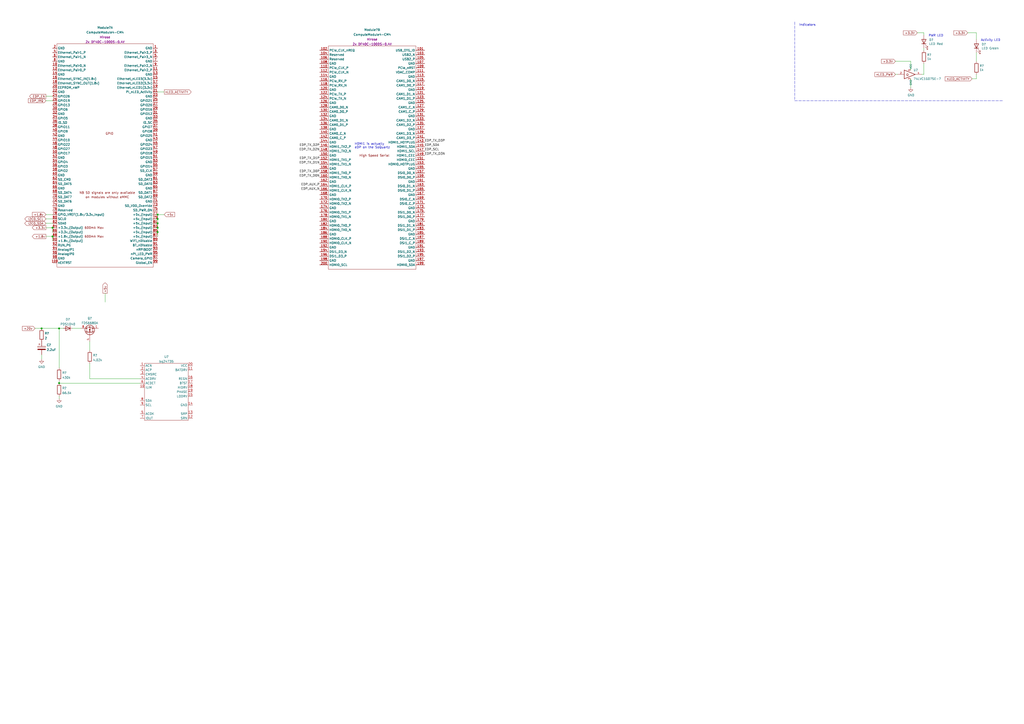
<source format=kicad_sch>
(kicad_sch (version 20211123) (generator eeschema)
  (paper "A2")
  (lib_symbols
    (symbol "CM4-Thinkpad:FDS6680A" (pin_names hide)
      (property "Reference" "Q" (at 5.08 2.54 0))
      (property "Value" "FDS6680A" (at 5.08 0 0))
      (symbol "FDS6680A_0_1"
        (polyline (pts (xy 0.254 0) (xy -2.54 0)))
        (polyline (pts (xy 0.254 1.905) (xy 0.254 -1.905)) (stroke (width 0.254)))
        (polyline (pts (xy 0.762 -1.27) (xy 0.762 -2.286)) (stroke (width 0.254)))
        (polyline (pts (xy 0.762 0.508) (xy 0.762 -0.508)) (stroke (width 0.254)))
        (polyline (pts (xy 0.762 2.286) (xy 0.762 1.27)) (stroke (width 0.254)))
        (polyline (pts (xy 2.54 2.54) (xy 2.54 1.778)))
        (polyline (pts (xy 2.54 -2.54) (xy 2.54 0) (xy 0.762 0)))
        (polyline (pts (xy 0.762 -1.778) (xy 3.302 -1.778) (xy 3.302 1.778) (xy 0.762 1.778)))
        (polyline (pts (xy 1.016 0) (xy 2.032 0.381) (xy 2.032 -0.381) (xy 1.016 0)) (fill (type outline)))
        (polyline (pts (xy 2.794 0.508) (xy 2.921 0.381) (xy 3.683 0.381) (xy 3.81 0.254)))
        (polyline (pts (xy 3.302 0.381) (xy 2.921 -0.254) (xy 3.683 -0.254) (xy 3.302 0.381)))
        (circle (center 1.651 0) (radius 2.794) (stroke (width 0.254)))
        (circle (center 2.54 -1.778) (radius 0.254) (fill (type outline)))
        (circle (center 2.54 1.778) (radius 0.254) (fill (type outline)))
      )
      (symbol "FDS6680A_1_1"
        (pin passive line (at 2.54 -5.08 90) (length 2.54) (name "S") (number "1"))
        (pin passive line (at 2.54 -5.08 90) (length 2.54) hide (name "S") (number "2"))
        (pin passive line (at 2.54 -5.08 90) (length 2.54) hide (name "S") (number "3"))
        (pin input line (at -5.08 0 0) (length 2.54) (name "G") (number "4"))
        (pin passive line (at 2.54 5.08 270) (length 2.54) hide (name "D") (number "5"))
        (pin passive line (at 2.54 5.08 270) (length 2.54) hide (name "D") (number "6"))
        (pin passive line (at 2.54 5.08 270) (length 2.54) hide (name "D") (number "7"))
        (pin passive line (at 2.54 5.08 270) (length 2.54) (name "D") (number "8"))
      )
    )
    (symbol "CM4-Thinkpad:bq24735"
      (property "Reference" "U?" (at 8.89 1.3757 0))
      (property "Value" "bq24735" (at 8.89 -1.3994 0))
      (symbol "bq24735_0_1"
        (rectangle (start -3.81 -2.54) (end 21.59 -35.56) (stroke (width 0.1524)))
      )
      (symbol "bq24735_1_1"
        (pin input line (at -6.35 -3.81 0) (length 2.54) (name "ACN") (number "1"))
        (pin input line (at -6.35 -16.51 0) (length 2.54) (name "ILIM") (number "10"))
        (pin output line (at 24.13 -6.35 180) (length 2.54) (name "BATDRV") (number "11"))
        (pin output line (at 24.13 -34.29 180) (length 2.54) (name "SRN") (number "12"))
        (pin output line (at 24.13 -31.75 180) (length 2.54) (name "SRP") (number "13"))
        (pin power_in line (at 24.13 -26.67 180) (length 2.54) (name "GND") (number "14"))
        (pin output line (at 24.13 -21.59 180) (length 2.54) (name "LODRV") (number "15"))
        (pin output line (at 24.13 -11.43 180) (length 2.54) (name "REGN") (number "16"))
        (pin output line (at 24.13 -13.97 180) (length 2.54) (name "BTST") (number "17"))
        (pin output line (at 24.13 -16.51 180) (length 2.54) (name "HIDRV") (number "18"))
        (pin output line (at 24.13 -19.05 180) (length 2.54) (name "PHASE") (number "19"))
        (pin input line (at -6.35 -6.35 0) (length 2.54) (name "ACP") (number "2"))
        (pin output line (at 24.13 -3.81 180) (length 2.54) (name "VCC") (number "20"))
        (pin input line (at -6.35 -8.89 0) (length 2.54) (name "CMSRC") (number "3"))
        (pin output line (at -6.35 -11.43 0) (length 2.54) (name "ACDRV") (number "4"))
        (pin output line (at -6.35 -31.75 0) (length 2.54) (name "ACOK") (number "5"))
        (pin input line (at -6.35 -13.97 0) (length 2.54) (name "ACDET") (number "6"))
        (pin input line (at -6.35 -34.29 0) (length 2.54) (name "IOUT") (number "7"))
        (pin bidirectional line (at -6.35 -24.13 0) (length 2.54) (name "SDA") (number "8"))
        (pin input line (at -6.35 -26.67 0) (length 2.54) (name "SCL") (number "9"))
      )
    )
    (symbol "CM4:ComputeModule4-CM4"
      (property "Reference" "Module" (at 113.03 -68.58 0))
      (property "Value" "ComputeModule4-CM4" (at 140.97 2.54 0))
      (property "Field4" "Hirose" (at 0 0 0))
      (property "Field5" "2x DF40C-100DS-0.4V" (at 0 -2.54 0))
      (symbol "ComputeModule4-CM4_1_0"
        (text "GPIO" (at 0 6.35 0) (effects (font (size 1.27 1.27))))
      )
      (symbol "ComputeModule4-CM4_1_1"
        (rectangle (start -30.48 -71.12) (end 25.4 58.42))
        (text "600mA Max" (at -8.89 -53.34 0) (effects (font (size 1.27 1.27))))
        (text "600mA Max" (at -8.89 -48.26 0) (effects (font (size 1.27 1.27))))
        (text "NB SD signals are only available" (at -1.27 -27.94 0) (effects (font (size 1.27 1.27))))
        (text "on modules without eMMC" (at -1.27 -30.48 0) (effects (font (size 1.27 1.27))))
        (pin power_in line (at 27.94 55.88 180) (length 2.54) (name "GND") (number "1"))
        (pin passive line (at -33.02 45.72 0) (length 2.54) (name "Ethernet_Pair0_N") (number "10"))
        (pin output line (at -33.02 -68.58 0) (length 2.54) (name "nEXTRST") (number "100"))
        (pin passive line (at 27.94 43.18 180) (length 2.54) (name "Ethernet_Pair2_P") (number "11"))
        (pin passive line (at -33.02 43.18 0) (length 2.54) (name "Ethernet_Pair0_P") (number "12"))
        (pin power_in line (at 27.94 40.64 180) (length 2.54) (name "GND") (number "13"))
        (pin power_in line (at -33.02 40.64 0) (length 2.54) (name "GND") (number "14"))
        (pin output line (at 27.94 38.1 180) (length 2.54) (name "Ethernet_nLED3(3.3v)") (number "15"))
        (pin input line (at -33.02 38.1 0) (length 2.54) (name "Ethernet_SYNC_IN(1.8v)") (number "16"))
        (pin output line (at 27.94 35.56 180) (length 2.54) (name "Ethernet_nLED2(3.3v)") (number "17"))
        (pin input line (at -33.02 35.56 0) (length 2.54) (name "Ethernet_SYNC_OUT(1.8v)") (number "18"))
        (pin output line (at 27.94 33.02 180) (length 2.54) (name "Ethernet_nLED1(3.3v)") (number "19"))
        (pin power_in line (at -33.02 55.88 0) (length 2.54) (name "GND") (number "2"))
        (pin passive line (at -33.02 33.02 0) (length 2.54) (name "EEPROM_nWP") (number "20"))
        (pin open_collector line (at 27.94 30.48 180) (length 2.54) (name "PI_nLED_Activity") (number "21"))
        (pin power_in line (at -33.02 30.48 0) (length 2.54) (name "GND") (number "22"))
        (pin power_in line (at 27.94 27.94 180) (length 2.54) (name "GND") (number "23"))
        (pin passive line (at -33.02 27.94 0) (length 2.54) (name "GPIO26") (number "24"))
        (pin passive line (at 27.94 25.4 180) (length 2.54) (name "GPIO21") (number "25"))
        (pin passive line (at -33.02 25.4 0) (length 2.54) (name "GPIO19") (number "26"))
        (pin passive line (at 27.94 22.86 180) (length 2.54) (name "GPIO20") (number "27"))
        (pin passive line (at -33.02 22.86 0) (length 2.54) (name "GPIO13") (number "28"))
        (pin passive line (at 27.94 20.32 180) (length 2.54) (name "GPIO16") (number "29"))
        (pin passive line (at 27.94 53.34 180) (length 2.54) (name "Ethernet_Pair3_P") (number "3"))
        (pin passive line (at -33.02 20.32 0) (length 2.54) (name "GPIO6") (number "30"))
        (pin passive line (at 27.94 17.78 180) (length 2.54) (name "GPIO12") (number "31"))
        (pin power_in line (at -33.02 17.78 0) (length 2.54) (name "GND") (number "32"))
        (pin power_in line (at 27.94 15.24 180) (length 2.54) (name "GND") (number "33"))
        (pin passive line (at -33.02 15.24 0) (length 2.54) (name "GPIO5") (number "34"))
        (pin passive line (at 27.94 12.7 180) (length 2.54) (name "ID_SC") (number "35"))
        (pin passive line (at -33.02 12.7 0) (length 2.54) (name "ID_SD") (number "36"))
        (pin passive line (at 27.94 10.16 180) (length 2.54) (name "GPIO7") (number "37"))
        (pin passive line (at -33.02 10.16 0) (length 2.54) (name "GPIO11") (number "38"))
        (pin passive line (at 27.94 7.62 180) (length 2.54) (name "GPIO8") (number "39"))
        (pin passive line (at -33.02 53.34 0) (length 2.54) (name "Ethernet_Pair1_P") (number "4"))
        (pin passive line (at -33.02 7.62 0) (length 2.54) (name "GPIO9") (number "40"))
        (pin passive line (at 27.94 5.08 180) (length 2.54) (name "GPIO25") (number "41"))
        (pin power_in line (at -33.02 5.08 0) (length 2.54) (name "GND") (number "42"))
        (pin power_in line (at 27.94 2.54 180) (length 2.54) (name "GND") (number "43"))
        (pin passive line (at -33.02 2.54 0) (length 2.54) (name "GPIO10") (number "44"))
        (pin passive line (at 27.94 0 180) (length 2.54) (name "GPIO24") (number "45"))
        (pin passive line (at -33.02 0 0) (length 2.54) (name "GPIO22") (number "46"))
        (pin passive line (at 27.94 -2.54 180) (length 2.54) (name "GPIO23") (number "47"))
        (pin passive line (at -33.02 -2.54 0) (length 2.54) (name "GPIO27") (number "48"))
        (pin passive line (at 27.94 -5.08 180) (length 2.54) (name "GPIO18") (number "49"))
        (pin passive line (at 27.94 50.8 180) (length 2.54) (name "Ethernet_Pair3_N") (number "5"))
        (pin passive line (at -33.02 -5.08 0) (length 2.54) (name "GPIO17") (number "50"))
        (pin passive line (at 27.94 -7.62 180) (length 2.54) (name "GPIO15") (number "51"))
        (pin power_in line (at -33.02 -7.62 0) (length 2.54) (name "GND") (number "52"))
        (pin power_in line (at 27.94 -10.16 180) (length 2.54) (name "GND") (number "53"))
        (pin passive line (at -33.02 -10.16 0) (length 2.54) (name "GPIO4") (number "54"))
        (pin passive line (at 27.94 -12.7 180) (length 2.54) (name "GPIO14") (number "55"))
        (pin passive line (at -33.02 -12.7 0) (length 2.54) (name "GPIO3") (number "56"))
        (pin passive line (at 27.94 -15.24 180) (length 2.54) (name "SD_CLK") (number "57"))
        (pin passive line (at -33.02 -15.24 0) (length 2.54) (name "GPIO2") (number "58"))
        (pin power_in line (at 27.94 -17.78 180) (length 2.54) (name "GND") (number "59"))
        (pin passive line (at -33.02 50.8 0) (length 2.54) (name "Ethernet_Pair1_N") (number "6"))
        (pin power_in line (at -33.02 -17.78 0) (length 2.54) (name "GND") (number "60"))
        (pin passive line (at 27.94 -20.32 180) (length 2.54) (name "SD_DAT3") (number "61"))
        (pin passive line (at -33.02 -20.32 0) (length 2.54) (name "SD_CMD") (number "62"))
        (pin passive line (at 27.94 -22.86 180) (length 2.54) (name "SD_DAT0") (number "63"))
        (pin passive line (at -33.02 -22.86 0) (length 2.54) (name "SD_DAT5") (number "64"))
        (pin power_in line (at 27.94 -25.4 180) (length 2.54) (name "GND") (number "65"))
        (pin power_in line (at -33.02 -25.4 0) (length 2.54) (name "GND") (number "66"))
        (pin passive line (at 27.94 -27.94 180) (length 2.54) (name "SD_DAT1") (number "67"))
        (pin passive line (at -33.02 -27.94 0) (length 2.54) (name "SD_DAT4") (number "68"))
        (pin passive line (at 27.94 -30.48 180) (length 2.54) (name "SD_DAT2") (number "69"))
        (pin power_in line (at 27.94 48.26 180) (length 2.54) (name "GND") (number "7"))
        (pin passive line (at -33.02 -30.48 0) (length 2.54) (name "SD_DAT7") (number "70"))
        (pin power_in line (at 27.94 -33.02 180) (length 2.54) (name "GND") (number "71"))
        (pin passive line (at -33.02 -33.02 0) (length 2.54) (name "SD_DAT6") (number "72"))
        (pin input line (at 27.94 -35.56 180) (length 2.54) (name "SD_VDD_Override") (number "73"))
        (pin power_in line (at -33.02 -35.56 0) (length 2.54) (name "GND") (number "74"))
        (pin output line (at 27.94 -38.1 180) (length 2.54) (name "SD_PWR_ON") (number "75"))
        (pin passive line (at -33.02 -38.1 0) (length 2.54) (name "Reserved") (number "76"))
        (pin power_in line (at 27.94 -40.64 180) (length 2.54) (name "+5v_(Input)") (number "77"))
        (pin power_in line (at -33.02 -40.64 0) (length 2.54) (name "GPIO_VREF(1.8v/3.3v_Input)") (number "78"))
        (pin power_in line (at 27.94 -43.18 180) (length 2.54) (name "+5v_(Input)") (number "79"))
        (pin power_in line (at -33.02 48.26 0) (length 2.54) (name "GND") (number "8"))
        (pin passive line (at -33.02 -43.18 0) (length 2.54) (name "SCL0") (number "80"))
        (pin power_in line (at 27.94 -45.72 180) (length 2.54) (name "+5v_(Input)") (number "81"))
        (pin passive line (at -33.02 -45.72 0) (length 2.54) (name "SDA0") (number "82"))
        (pin power_in line (at 27.94 -48.26 180) (length 2.54) (name "+5v_(Input)") (number "83"))
        (pin power_out line (at -33.02 -48.26 0) (length 2.54) (name "+3.3v_(Output)") (number "84"))
        (pin power_in line (at 27.94 -50.8 180) (length 2.54) (name "+5v_(Input)") (number "85"))
        (pin power_out line (at -33.02 -50.8 0) (length 2.54) (name "+3.3v_(Output)") (number "86"))
        (pin power_in line (at 27.94 -53.34 180) (length 2.54) (name "+5v_(Input)") (number "87"))
        (pin power_out line (at -33.02 -53.34 0) (length 2.54) (name "+1.8v_(Output)") (number "88"))
        (pin power_in line (at 27.94 -55.88 180) (length 2.54) (name "WiFi_nDisable") (number "89"))
        (pin passive line (at 27.94 45.72 180) (length 2.54) (name "Ethernet_Pair2_N") (number "9"))
        (pin power_out line (at -33.02 -55.88 0) (length 2.54) (name "+1.8v_(Output)") (number "90"))
        (pin power_in line (at 27.94 -58.42 180) (length 2.54) (name "BT_nDisable") (number "91"))
        (pin passive line (at -33.02 -58.42 0) (length 2.54) (name "RUN_PG") (number "92"))
        (pin input line (at 27.94 -60.96 180) (length 2.54) (name "nRPIBOOT") (number "93"))
        (pin passive line (at -33.02 -60.96 0) (length 2.54) (name "AnalogIP1") (number "94"))
        (pin output line (at 27.94 -63.5 180) (length 2.54) (name "nPI_LED_PWR") (number "95"))
        (pin passive line (at -33.02 -63.5 0) (length 2.54) (name "AnalogIP0") (number "96"))
        (pin passive line (at 27.94 -66.04 180) (length 2.54) (name "Camera_GPIO") (number "97"))
        (pin power_in line (at -33.02 -66.04 0) (length 2.54) (name "GND") (number "98"))
        (pin input line (at 27.94 -68.58 180) (length 2.54) (name "Global_EN") (number "99"))
      )
      (symbol "ComputeModule4-CM4_2_1"
        (rectangle (start 114.3 -66.04) (end 165.1 63.5))
        (text "High Speed Serial" (at 140.97 0 0) (effects (font (size 1.27 1.27))))
        (pin input line (at 170.18 60.96 180) (length 5.08) (name "USB_OTG_ID") (number "101"))
        (pin input line (at 109.22 60.96 0) (length 5.08) (name "PCIe_CLK_nREQ") (number "102"))
        (pin passive line (at 170.18 58.42 180) (length 5.08) (name "USB2_N") (number "103"))
        (pin passive line (at 109.22 58.42 0) (length 5.08) (name "Reserved") (number "104"))
        (pin passive line (at 170.18 55.88 180) (length 5.08) (name "USB2_P") (number "105"))
        (pin passive line (at 109.22 55.88 0) (length 5.08) (name "Reserved") (number "106"))
        (pin power_in line (at 170.18 53.34 180) (length 5.08) (name "GND") (number "107"))
        (pin power_in line (at 109.22 53.34 0) (length 5.08) (name "GND") (number "108"))
        (pin bidirectional line (at 170.18 50.8 180) (length 5.08) (name "PCIe_nRST") (number "109"))
        (pin output line (at 109.22 50.8 0) (length 5.08) (name "PCIe_CLK_P") (number "110"))
        (pin passive line (at 170.18 48.26 180) (length 5.08) (name "VDAC_COMP") (number "111"))
        (pin output line (at 109.22 48.26 0) (length 5.08) (name "PCIe_CLK_N") (number "112"))
        (pin power_in line (at 170.18 45.72 180) (length 5.08) (name "GND") (number "113"))
        (pin power_in line (at 109.22 45.72 0) (length 5.08) (name "GND") (number "114"))
        (pin input line (at 170.18 43.18 180) (length 5.08) (name "CAM1_D0_N") (number "115"))
        (pin input line (at 109.22 43.18 0) (length 5.08) (name "PCIe_RX_P") (number "116"))
        (pin input line (at 170.18 40.64 180) (length 5.08) (name "CAM1_D0_P") (number "117"))
        (pin input line (at 109.22 40.64 0) (length 5.08) (name "PCIe_RX_N") (number "118"))
        (pin power_in line (at 170.18 38.1 180) (length 5.08) (name "GND") (number "119"))
        (pin power_in line (at 109.22 38.1 0) (length 5.08) (name "GND") (number "120"))
        (pin input line (at 170.18 35.56 180) (length 5.08) (name "CAM1_D1_N") (number "121"))
        (pin output line (at 109.22 35.56 0) (length 5.08) (name "PCIe_TX_P") (number "122"))
        (pin input line (at 170.18 33.02 180) (length 5.08) (name "CAM1_D1_P") (number "123"))
        (pin output line (at 109.22 33.02 0) (length 5.08) (name "PCIe_TX_N") (number "124"))
        (pin power_in line (at 170.18 30.48 180) (length 5.08) (name "GND") (number "125"))
        (pin power_in line (at 109.22 30.48 0) (length 5.08) (name "GND") (number "126"))
        (pin input line (at 170.18 27.94 180) (length 5.08) (name "CAM1_C_N") (number "127"))
        (pin input line (at 109.22 27.94 0) (length 5.08) (name "CAM0_D0_N") (number "128"))
        (pin input line (at 170.18 25.4 180) (length 5.08) (name "CAM1_C_P") (number "129"))
        (pin input line (at 109.22 25.4 0) (length 5.08) (name "CAM0_D0_P") (number "130"))
        (pin power_in line (at 170.18 22.86 180) (length 5.08) (name "GND") (number "131"))
        (pin power_in line (at 109.22 22.86 0) (length 5.08) (name "GND") (number "132"))
        (pin input line (at 170.18 20.32 180) (length 5.08) (name "CAM1_D2_N") (number "133"))
        (pin input line (at 109.22 20.32 0) (length 5.08) (name "CAM0_D1_N") (number "134"))
        (pin input line (at 170.18 17.78 180) (length 5.08) (name "CAM1_D2_P") (number "135"))
        (pin input line (at 109.22 17.78 0) (length 5.08) (name "CAM0_D1_P") (number "136"))
        (pin power_in line (at 170.18 15.24 180) (length 5.08) (name "GND") (number "137"))
        (pin power_in line (at 109.22 15.24 0) (length 5.08) (name "GND") (number "138"))
        (pin input line (at 170.18 12.7 180) (length 5.08) (name "CAM1_D3_N") (number "139"))
        (pin input line (at 109.22 12.7 0) (length 5.08) (name "CAM0_C_N") (number "140"))
        (pin input line (at 170.18 10.16 180) (length 5.08) (name "CAM1_D3_P") (number "141"))
        (pin input line (at 109.22 10.16 0) (length 5.08) (name "CAM0_C_P") (number "142"))
        (pin input line (at 170.18 7.62 180) (length 5.08) (name "HDMI1_HOTPLUG") (number "143"))
        (pin power_in line (at 109.22 7.62 0) (length 5.08) (name "GND") (number "144"))
        (pin bidirectional line (at 170.18 5.08 180) (length 5.08) (name "HDMI1_SDA") (number "145"))
        (pin output line (at 109.22 5.08 0) (length 5.08) (name "HDMI1_TX2_P") (number "146"))
        (pin open_collector line (at 170.18 2.54 180) (length 5.08) (name "HDMI1_SCL") (number "147"))
        (pin output line (at 109.22 2.54 0) (length 5.08) (name "HDMI1_TX2_N") (number "148"))
        (pin open_collector line (at 170.18 0 180) (length 5.08) (name "HDMI1_CEC") (number "149"))
        (pin power_in line (at 109.22 0 0) (length 5.08) (name "GND") (number "150"))
        (pin open_collector line (at 170.18 -2.54 180) (length 5.08) (name "HDMI0_CEC") (number "151"))
        (pin output line (at 109.22 -2.54 0) (length 5.08) (name "HDMI1_TX1_P") (number "152"))
        (pin input line (at 170.18 -5.08 180) (length 5.08) (name "HDMI0_HOTPLUG") (number "153"))
        (pin output line (at 109.22 -5.08 0) (length 5.08) (name "HDMI1_TX1_N") (number "154"))
        (pin power_in line (at 170.18 -7.62 180) (length 5.08) (name "GND") (number "155"))
        (pin power_in line (at 109.22 -7.62 0) (length 5.08) (name "GND") (number "156"))
        (pin output line (at 170.18 -10.16 180) (length 5.08) (name "DSI0_D0_N") (number "157"))
        (pin output line (at 109.22 -10.16 0) (length 5.08) (name "HDMI1_TX0_P") (number "158"))
        (pin output line (at 170.18 -12.7 180) (length 5.08) (name "DSI0_D0_P") (number "159"))
        (pin output line (at 109.22 -12.7 0) (length 5.08) (name "HDMI1_TX0_N") (number "160"))
        (pin power_in line (at 170.18 -15.24 180) (length 5.08) (name "GND") (number "161"))
        (pin power_in line (at 109.22 -15.24 0) (length 5.08) (name "GND") (number "162"))
        (pin output line (at 170.18 -17.78 180) (length 5.08) (name "DSI0_D1_N") (number "163"))
        (pin output line (at 109.22 -17.78 0) (length 5.08) (name "HDMI1_CLK_P") (number "164"))
        (pin output line (at 170.18 -20.32 180) (length 5.08) (name "DSI0_D1_P") (number "165"))
        (pin output line (at 109.22 -20.32 0) (length 5.08) (name "HDMI1_CLK_N") (number "166"))
        (pin power_in line (at 170.18 -22.86 180) (length 5.08) (name "GND") (number "167"))
        (pin power_in line (at 109.22 -22.86 0) (length 5.08) (name "GND") (number "168"))
        (pin output line (at 170.18 -25.4 180) (length 5.08) (name "DSI0_C_N") (number "169"))
        (pin output line (at 109.22 -25.4 0) (length 5.08) (name "HDMI0_TX2_P") (number "170"))
        (pin output line (at 170.18 -27.94 180) (length 5.08) (name "DSI0_C_P") (number "171"))
        (pin output line (at 109.22 -27.94 0) (length 5.08) (name "HDMI0_TX2_N") (number "172"))
        (pin power_in line (at 170.18 -30.48 180) (length 5.08) (name "GND") (number "173"))
        (pin power_in line (at 109.22 -30.48 0) (length 5.08) (name "GND") (number "174"))
        (pin output line (at 170.18 -33.02 180) (length 5.08) (name "DSI1_D0_N") (number "175"))
        (pin output line (at 109.22 -33.02 0) (length 5.08) (name "HDMI0_TX1_P") (number "176"))
        (pin output line (at 170.18 -35.56 180) (length 5.08) (name "DSI1_D0_P") (number "177"))
        (pin output line (at 109.22 -35.56 0) (length 5.08) (name "HDMI0_TX1_N") (number "178"))
        (pin power_in line (at 170.18 -38.1 180) (length 5.08) (name "GND") (number "179"))
        (pin power_in line (at 109.22 -38.1 0) (length 5.08) (name "GND") (number "180"))
        (pin output line (at 170.18 -40.64 180) (length 5.08) (name "DSI1_D1_N") (number "181"))
        (pin output line (at 109.22 -40.64 0) (length 5.08) (name "HDMI0_TX0_P") (number "182"))
        (pin output line (at 170.18 -43.18 180) (length 5.08) (name "DSI1_D1_P") (number "183"))
        (pin output line (at 109.22 -43.18 0) (length 5.08) (name "HDMI0_TX0_N") (number "184"))
        (pin power_in line (at 170.18 -45.72 180) (length 5.08) (name "GND") (number "185"))
        (pin power_in line (at 109.22 -45.72 0) (length 5.08) (name "GND") (number "186"))
        (pin output line (at 170.18 -48.26 180) (length 5.08) (name "DSI1_C_N") (number "187"))
        (pin output line (at 109.22 -48.26 0) (length 5.08) (name "HDMI0_CLK_P") (number "188"))
        (pin output line (at 170.18 -50.8 180) (length 5.08) (name "DSI1_C_P") (number "189"))
        (pin output line (at 109.22 -50.8 0) (length 5.08) (name "HDMI0_CLK_N") (number "190"))
        (pin power_in line (at 170.18 -53.34 180) (length 5.08) (name "GND") (number "191"))
        (pin power_in line (at 109.22 -53.34 0) (length 5.08) (name "GND") (number "192"))
        (pin output line (at 170.18 -55.88 180) (length 5.08) (name "DSI1_D2_N") (number "193"))
        (pin output line (at 109.22 -55.88 0) (length 5.08) (name "DSI1_D3_N") (number "194"))
        (pin output line (at 170.18 -58.42 180) (length 5.08) (name "DSI1_D2_P") (number "195"))
        (pin output line (at 109.22 -58.42 0) (length 5.08) (name "DSI1_D3_P") (number "196"))
        (pin power_in line (at 170.18 -60.96 180) (length 5.08) (name "GND") (number "197"))
        (pin power_in line (at 109.22 -60.96 0) (length 5.08) (name "GND") (number "198"))
        (pin bidirectional line (at 170.18 -63.5 180) (length 5.08) (name "HDMI0_SDA") (number "199"))
        (pin open_collector line (at 109.22 -63.5 0) (length 5.08) (name "HDMI0_SCL") (number "200"))
      )
    )
    (symbol "CM4IO:74LVC1G07_copy"
      (property "Reference" "U" (at -2.54 3.81 0))
      (property "Value" "74LVC1G07_copy" (at 0 -3.81 0))
      (symbol "74LVC1G07_copy_0_1"
        (polyline (pts (xy -2.54 -0.635) (xy -1.27 -0.635)))
        (polyline (pts (xy -3.81 2.54) (xy -3.81 -2.54) (xy 2.54 0) (xy -3.81 2.54)) (stroke (width 0.254)))
        (polyline (pts (xy -1.905 0.635) (xy -2.54 0) (xy -1.905 -0.635) (xy -1.27 0) (xy -1.905 0.635)))
      )
      (symbol "74LVC1G07_copy_1_1"
        (pin input line (at -7.62 0 0) (length 3.81) (name "~") (number "2"))
        (pin power_in line (at 0 -2.54 270) (length 0) (name "GND") (number "3"))
        (pin open_collector line (at 6.35 0 180) (length 3.81) (name "~") (number "4"))
        (pin power_in line (at 0 2.54 90) (length 0) (name "VCC") (number "5"))
      )
    )
    (symbol "Device:CP" (pin_numbers hide) (pin_names (offset 0.254))
      (property "Reference" "C" (at 0.635 2.54 0))
      (property "Value" "CP" (at 0.635 -2.54 0))
      (symbol "CP_0_1"
        (rectangle (start -2.286 0.508) (end 2.286 1.016))
        (polyline (pts (xy -1.778 2.286) (xy -0.762 2.286)))
        (polyline (pts (xy -1.27 2.794) (xy -1.27 1.778)))
        (rectangle (start 2.286 -0.508) (end -2.286 -1.016) (fill (type outline)))
      )
      (symbol "CP_1_1"
        (pin passive line (at 0 3.81 270) (length 2.794) (name "~") (number "1"))
        (pin passive line (at 0 -3.81 90) (length 2.794) (name "~") (number "2"))
      )
    )
    (symbol "Device:LED" (pin_numbers hide) (pin_names (offset 1.016) hide)
      (property "Reference" "D" (at 0 2.54 0))
      (property "Value" "LED" (at 0 -2.54 0))
      (symbol "LED_0_1"
        (polyline (pts (xy -1.27 -1.27) (xy -1.27 1.27)) (stroke (width 0.254)))
        (polyline (pts (xy -1.27 0) (xy 1.27 0)))
        (polyline (pts (xy 1.27 -1.27) (xy 1.27 1.27) (xy -1.27 0) (xy 1.27 -1.27)) (stroke (width 0.254)))
        (polyline (pts (xy -3.048 -0.762) (xy -4.572 -2.286) (xy -3.81 -2.286) (xy -4.572 -2.286) (xy -4.572 -1.524)))
        (polyline (pts (xy -1.778 -0.762) (xy -3.302 -2.286) (xy -2.54 -2.286) (xy -3.302 -2.286) (xy -3.302 -1.524)))
      )
      (symbol "LED_1_1"
        (pin passive line (at -3.81 0 0) (length 2.54) (name "K") (number "1"))
        (pin passive line (at 3.81 0 180) (length 2.54) (name "A") (number "2"))
      )
    )
    (symbol "Device:R" (pin_numbers hide) (pin_names (offset 0))
      (property "Reference" "R" (at 2.032 0 90))
      (property "Value" "R" (at 0 0 90))
      (symbol "R_0_1"
        (rectangle (start -1.016 -2.54) (end 1.016 2.54) (stroke (width 0.254)))
      )
      (symbol "R_1_1"
        (pin passive line (at 0 3.81 270) (length 1.27) (name "~") (number "1"))
        (pin passive line (at 0 -3.81 90) (length 1.27) (name "~") (number "2"))
      )
    )
    (symbol "PDS1040:PDS1040" (pin_numbers hide) (pin_names (offset 1.016) hide)
      (property "Reference" "D" (at -2.54 2.54 0))
      (property "Value" "PDS1040" (at -2.54 -3.81 0))
      (symbol "PDS1040_0_0"
        (polyline (pts (xy -1.27 -1.27) (xy 1.27 0)) (stroke (width 0.254)))
        (polyline (pts (xy -1.27 1.27) (xy -1.27 -1.27)) (stroke (width 0.254)))
        (polyline (pts (xy 1.27 0) (xy -1.27 1.27)) (stroke (width 0.254)))
        (polyline (pts (xy 1.27 0) (xy 1.27 -1.27)) (stroke (width 0.254)))
        (polyline (pts (xy 1.27 1.27) (xy 1.27 0)) (stroke (width 0.254)))
        (pin passive line (at 2.54 0 180) (length 2.54) (name "~") (number "1"))
        (pin passive line (at -2.54 0 0) (length 2.54) (name "~") (number "2"))
        (pin passive line (at -2.54 0 0) (length 2.54) (name "~") (number "3"))
      )
    )
    (symbol "power:GND" (power) (pin_names (offset 0))
      (property "Value" "GND" (at 0 -3.81 0))
      (symbol "GND_0_1"
        (polyline (pts (xy 0 0) (xy 0 -1.27) (xy 1.27 -1.27) (xy 0 -2.54) (xy -1.27 -1.27) (xy 0 -1.27)))
      )
      (symbol "GND_1_1"
        (pin power_in line (at 0 0 270) (length 0) hide (name "GND") (number "1"))
      )
    )
  )
  (junction (at 34.29 222.25))
  (junction (at 91.44 127))
  (junction (at 30.48 132.08))
  (junction (at 91.44 134.62))
  (junction (at 91.44 132.08))
  (junction (at 91.44 129.54))
  (junction (at 30.48 137.16))
  (junction (at 34.29 190.5))
  (junction (at 91.44 124.46))
  (junction (at 24.13 190.5))
  (wire (pts (xy 24.13 205.74) (xy 24.13 208.28)))
  (wire (pts (xy 535.94 27.94) (xy 535.94 29.21)))
  (wire (pts (xy 91.44 132.08) (xy 91.44 134.62)))
  (wire (pts (xy 26.67 137.16) (xy 30.48 137.16)))
  (wire (pts (xy 26.67 58.42) (xy 30.48 58.42)))
  (wire (pts (xy 34.29 190.5) (xy 36.83 190.5)))
  (wire (pts (xy 566.42 30.48) (xy 566.42 35.56)))
  (wire (pts (xy 91.44 124.46) (xy 95.25 124.46)))
  (wire (pts (xy 52.07 210.82) (xy 52.07 219.71)))
  (wire (pts (xy 34.29 229.87) (xy 34.29 231.14)))
  (polyline (pts (xy 461.01 12.7) (xy 461.01 58.42)))
  (wire (pts (xy 26.67 129.54) (xy 30.48 129.54)))
  (wire (pts (xy 535.94 36.83) (xy 535.94 43.18)))
  (wire (pts (xy 34.29 220.98) (xy 34.29 222.25)))
  (wire (pts (xy 41.91 190.5) (xy 46.99 190.5)))
  (wire (pts (xy 34.29 190.5) (xy 24.13 190.5)))
  (wire (pts (xy 34.29 213.36) (xy 34.29 190.5)))
  (wire (pts (xy 20.32 190.5) (xy 24.13 190.5)))
  (wire (pts (xy 26.67 124.46) (xy 30.48 124.46)))
  (wire (pts (xy 528.32 45.72) (xy 528.32 50.8)))
  (wire (pts (xy 535.94 43.18) (xy 534.67 43.18)))
  (wire (pts (xy 60.96 170.18) (xy 60.96 175.26)))
  (wire (pts (xy 535.94 19.05) (xy 532.13 19.05)))
  (wire (pts (xy 91.44 127) (xy 91.44 129.54)))
  (wire (pts (xy 26.67 55.88) (xy 30.48 55.88)))
  (polyline (pts (xy 461.01 58.42) (xy 581.66 58.42)))
  (wire (pts (xy 26.67 127) (xy 30.48 127)))
  (wire (pts (xy 52.07 198.12) (xy 52.07 203.2)))
  (wire (pts (xy 30.48 132.08) (xy 30.48 134.62)))
  (wire (pts (xy 566.42 45.72) (xy 566.42 43.18)))
  (wire (pts (xy 91.44 134.62) (xy 91.44 137.16)))
  (wire (pts (xy 34.29 222.25) (xy 81.28 222.25)))
  (wire (pts (xy 52.07 219.71) (xy 81.28 219.71)))
  (wire (pts (xy 91.44 53.34) (xy 95.25 53.34)))
  (wire (pts (xy 91.44 129.54) (xy 91.44 132.08)))
  (wire (pts (xy 563.88 45.72) (xy 566.42 45.72)))
  (wire (pts (xy 566.42 22.86) (xy 566.42 19.05)))
  (wire (pts (xy 535.94 20.32) (xy 535.94 19.05)))
  (wire (pts (xy 91.44 124.46) (xy 91.44 127)))
  (wire (pts (xy 30.48 137.16) (xy 30.48 139.7)))
  (wire (pts (xy 519.43 43.18) (xy 520.7 43.18)))
  (wire (pts (xy 528.32 35.56) (xy 519.43 35.56)))
  (wire (pts (xy 561.34 19.05) (xy 566.42 19.05)))
  (wire (pts (xy 528.32 40.64) (xy 528.32 35.56)))
  (wire (pts (xy 26.67 132.08) (xy 30.48 132.08)))
  (text "Indicators\n" (at 463.55 15.24 0) (effects (font (size 1.27 1.27)) (justify left bottom)))
  (text "Activity LED" (at 568.96 24.13 0) (effects (font (size 1.27 1.27)) (justify left bottom)))
  (text "HDMI1 is actually\neDP on the SoQuartz" (at 205.74 86.36 0) (effects (font (size 1.27 1.27)) (justify left bottom)))
  (text "PWR LED" (at 538.607 21.463 0) (effects (font (size 1.27 1.27)) (justify left bottom)))
  (label "EDP_TX_D0N" (at 185.42 102.87 180))
  (label "EDP_SCL" (at 246.38 87.63 0))
  (label "EDP_TX_D3N" (at 246.38 90.17 0))
  (label "EDP_TX_D3P" (at 246.38 82.55 0))
  (label "EDP_SDA" (at 246.38 85.09 0))
  (label "EDP_TX_D0P" (at 185.42 100.33 180))
  (label "EDP_TX_D2P" (at 185.42 85.09 180))
  (label "EDP_TX_D1N" (at 185.42 95.25 180))
  (label "EDP_AUX_P" (at 185.42 107.95 180))
  (label "EDP_AUX_N" (at 185.42 110.49 180))
  (label "EDP_TX_D1P" (at 185.42 92.71 180))
  (label "EDP_TX_D2N" (at 185.42 87.63 180))
  (global_label "nLED_ACTIVITY" (shape output) (at 95.25 53.34 0) (property "Intersheet References" "${INTERSHEET_REFS}" (effects hide)))
  (global_label "+3.3V" (shape input) (at 532.13 19.05 180) (property "Intersheet References" "${INTERSHEET_REFS}" (effects hide)))
  (global_label "I2C0_SCL" (shape bidirectional) (at 26.67 127 180) (property "Intersheet References" "${INTERSHEET_REFS}" (effects hide)))
  (global_label "+3.3V" (shape input) (at 519.43 35.56 180) (property "Intersheet References" "${INTERSHEET_REFS}" (effects hide)))
  (global_label "nLED_ACTIVITY" (shape input) (at 563.88 45.72 180) (property "Intersheet References" "${INTERSHEET_REFS}" (effects hide)))
  (global_label "+1.8v" (shape input) (at 26.67 124.46 180) (property "Intersheet References" "${INTERSHEET_REFS}" (effects hide)))
  (global_label "nLED_PWR" (shape input) (at 519.43 43.18 180) (property "Intersheet References" "${INTERSHEET_REFS}" (effects hide)))
  (global_label "+5v" (shape output) (at 60.96 170.18 90) (property "Intersheet References" "${INTERSHEET_REFS}" (effects hide)))
  (global_label "+20v" (shape input) (at 20.32 190.5 180) (property "Intersheet References" "${INTERSHEET_REFS}" (effects hide)))
  (global_label "+1.8v" (shape output) (at 26.67 137.16 180) (property "Intersheet References" "${INTERSHEET_REFS}" (effects hide)))
  (global_label "I2C0_SDA" (shape bidirectional) (at 26.67 129.54 180) (property "Intersheet References" "${INTERSHEET_REFS}" (effects hide)))
  (global_label "+3.3v" (shape output) (at 26.67 132.08 180) (property "Intersheet References" "${INTERSHEET_REFS}" (effects hide)))
  (global_label "+3.3V" (shape input) (at 561.34 19.05 180) (property "Intersheet References" "${INTERSHEET_REFS}" (effects hide)))
  (global_label "EDP_EN" (shape output) (at 26.67 55.88 180) (property "Intersheet References" "${INTERSHEET_REFS}" (effects hide)))
  (global_label "+5v" (shape input) (at 95.25 124.46 0) (property "Intersheet References" "${INTERSHEET_REFS}" (effects hide)))
  (global_label "EDP_IRQ" (shape input) (at 26.67 58.42 180) (property "Intersheet References" "${INTERSHEET_REFS}" (effects hide)))
  (symbol (lib_id "PDS1040:PDS1040") (at 39.37 190.5 0) (unit 1)
    (property "Reference" "D?" (at 39.37 185.2635 0))
    (property "Value" "PDS1040" (at 39.37 188.0386 0))
    (property "Footprint" "DIO_SBR10U200P5-13" (effects hide))
  )
  (symbol (lib_id "Device:R") (at 34.29 217.17 0) (unit 1)
    (property "Reference" "R?" (at 36.068 216.2615 0) (effects (justify left)))
    (property "Value" "430k" (at 36.068 219.0366 0) (effects (justify left)))
  )
  (symbol (lib_id "CM4-Thinkpad:bq24735") (at 87.63 208.28 0) (unit 1)
    (property "Reference" "U?" (at 96.52 206.9043 0))
    (property "Value" "bq24735" (at 96.52 209.6794 0))
  )
  (symbol (lib_id "Device:LED") (at 535.94 24.13 90) (unit 1)
    (property "Reference" "D?" (at 538.9118 23.1394 90) (effects (justify right)))
    (property "Value" "LED Red" (at 538.9118 25.4508 90) (effects (justify right)))
    (property "Footprint" "LED_SMD:LED_0603_1608Metric" (effects hide))
    (property "Part Description" "	Red 620nm LED Indication - Discrete 2.2V 2-SMD, No Lead" (effects hide))
    (property "Manufacturer" "Lite-On Inc." (effects hide))
    (property "MPN" "LTST-S270KRKT" (effects hide))
    (property "Digi-Key_PN" "160-1479-1-ND" (effects hide))
  )
  (symbol (lib_id "Device:CP") (at 24.13 201.93 0) (unit 1)
    (property "Reference" "C?" (at 27.051 200.1325 0) (effects (justify left)))
    (property "Value" "2.2uF" (at 27.051 202.9076 0) (effects (justify left)))
  )
  (symbol (lib_id "power:GND") (at 34.29 231.14 0) (unit 1)
    (property "Reference" "#PWR?" (effects hide))
    (property "Value" "GND" (at 34.29 235.7025 0))
  )
  (symbol (lib_id "power:GND") (at 528.32 50.8 0) (unit 1)
    (property "Reference" "#PWR?" (effects hide))
    (property "Value" "GND" (at 528.447 55.1942 0))
  )
  (symbol (lib_id "Device:R") (at 34.29 226.06 0) (unit 1)
    (property "Reference" "R?" (at 36.068 225.1515 0) (effects (justify left)))
    (property "Value" "66.5k" (at 36.068 227.9266 0) (effects (justify left)))
  )
  (symbol (lib_id "Device:R") (at 24.13 194.31 0) (unit 1)
    (property "Reference" "R?" (at 25.908 193.4015 0) (effects (justify left)))
    (property "Value" "2" (at 25.908 196.1766 0) (effects (justify left)))
  )
  (symbol (lib_id "CM4IO:74LVC1G07_copy") (at 528.32 43.18 0) (unit 1)
    (property "Reference" "U?" (at 529.844 40.64 0) (effects (justify left)))
    (property "Value" "74LVC1G07SE-7" (at 529.844 45.72 0) (effects (justify left)))
    (property "Footprint" "Package_TO_SOT_SMD:SOT-353_SC-70-5" (effects hide))
    (property "Datasheet" "http://www.ti.com/lit/sg/scyt129e/scyt129e.pdf" (effects hide))
    (property "Part Description" "Buffer, Non-Inverting 1 Element 1 Bit per Element Open Drain Output SOT-353" (effects hide))
    (property "Manufacturer" "Diodes Incorporated" (effects hide))
    (property "MPN" "74LVC1G07SE-7" (effects hide))
    (property "Digi-Key_PN" "74LVC1G07SE-7DICT-ND" (effects hide))
  )
  (symbol (lib_id "Device:R") (at 566.42 39.37 0) (unit 1)
    (property "Reference" "R?" (at 568.198 38.2016 0) (effects (justify left)))
    (property "Value" "1k" (at 568.198 40.513 0) (effects (justify left)))
    (property "Footprint" "Resistor_SMD:R_0603_1608Metric_Pad0.98x0.95mm_HandSolder" (effects hide))
    (property "Manufacturer" "Yageo" (effects hide))
    (property "MPN" "RC0603FR-071KL" (effects hide))
    (property "Digi-Key_PN" "311-1.00KHRCT-ND" (effects hide))
  )
  (symbol (lib_id "CM4:ComputeModule4-CM4") (at 63.5 83.82 0) (unit 1)
    (property "Reference" "Module?" (at 60.96 16.0103 0))
    (property "Value" "ComputeModule4-CM4" (at 60.96 18.7854 0))
    (property "Footprint" "CM4IO:Raspberry-Pi-4-Compute-Module" (effects hide))
    (property "Field4" "Hirose" (at 60.96 21.5605 0))
    (property "Field5" "2x DF40C-100DS-0.4V" (at 60.96 24.3356 0))
  )
  (symbol (lib_id "power:GND") (at 24.13 208.28 0) (unit 1)
    (property "Reference" "#PWR?" (effects hide))
    (property "Value" "GND" (at 24.13 212.8425 0))
  )
  (symbol (lib_id "CM4:ComputeModule4-CM4") (at 76.2 90.17 0) (unit 2)
    (property "Reference" "Module?" (at 215.9 17.2803 0))
    (property "Value" "ComputeModule4-CM4" (at 215.9 20.0554 0))
    (property "Footprint" "CM4IO:Raspberry-Pi-4-Compute-Module" (effects hide))
    (property "Field4" "Hirose" (at 215.9 22.8305 0))
    (property "Field5" "2x DF40C-100DS-0.4V" (at 215.9 25.6056 0))
  )
  (symbol (lib_id "CM4-Thinkpad:FDS6680A") (at 52.07 193.04 90) (unit 1)
    (property "Reference" "Q?" (at 52.07 184.6285 90))
    (property "Value" "FDS6680A" (at 52.07 187.4036 90))
    (property "Footprint" "Package_SO:SOIC-8_3.9x4.9mm_P1.27mm" (effects hide))
    (property "Datasheet" "http://www.onsemi.com/pub/Collateral/FDS6680A-D.pdf" (effects hide))
  )
  (symbol (lib_id "Device:R") (at 535.94 33.02 0) (unit 1)
    (property "Reference" "R?" (at 537.718 31.8516 0) (effects (justify left)))
    (property "Value" "1k" (at 537.718 34.163 0) (effects (justify left)))
    (property "Footprint" "Resistor_SMD:R_0603_1608Metric_Pad0.98x0.95mm_HandSolder" (effects hide))
    (property "Manufacturer" "Yageo" (effects hide))
    (property "MPN" "RC0603FR-071KL" (effects hide))
    (property "Digi-Key_PN" "311-1.00KHRCT-ND" (effects hide))
  )
  (symbol (lib_id "Device:R") (at 52.07 207.01 0) (unit 1)
    (property "Reference" "R?" (at 53.848 206.1015 0) (effects (justify left)))
    (property "Value" "4.02k" (at 53.848 208.8766 0) (effects (justify left)))
  )
  (symbol (lib_id "Device:LED") (at 566.42 26.67 90) (unit 1)
    (property "Reference" "D?" (at 569.3918 25.6794 90) (effects (justify right)))
    (property "Value" "LED Green" (at 569.3918 27.9908 90) (effects (justify right)))
    (property "Footprint" "LED_SMD:LED_0603_1608Metric" (effects hide))
    (property "Part Description" "	Green 572nm LED Indication - Discrete 2.2V 2-SMD, No Lead" (effects hide))
    (property "Manufacturer" "Lite-On Inc." (effects hide))
    (property "MPN" "LTST-S270KGKT" (effects hide))
    (property "Digi-Key_PN" "160-1478-1-ND" (effects hide))
  )
)
</source>
